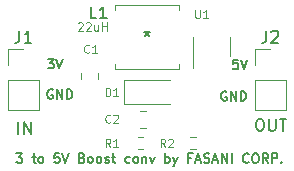
<source format=gto>
%TF.GenerationSoftware,KiCad,Pcbnew,6.0.5-a6ca702e91~116~ubuntu20.04.1*%
%TF.CreationDate,2022-06-08T10:32:40+02:00*%
%TF.ProjectId,mini-pcb-3-to-5V-booster,6d696e69-2d70-4636-922d-332d746f2d35,rev?*%
%TF.SameCoordinates,Original*%
%TF.FileFunction,Legend,Top*%
%TF.FilePolarity,Positive*%
%FSLAX46Y46*%
G04 Gerber Fmt 4.6, Leading zero omitted, Abs format (unit mm)*
G04 Created by KiCad (PCBNEW 6.0.5-a6ca702e91~116~ubuntu20.04.1) date 2022-06-08 10:32:40*
%MOMM*%
%LPD*%
G01*
G04 APERTURE LIST*
%ADD10C,0.150000*%
%ADD11C,0.130000*%
%ADD12C,0.140000*%
%ADD13C,0.120000*%
G04 APERTURE END LIST*
D10*
X93835595Y-77677380D02*
X93835595Y-76677380D01*
X94311785Y-77677380D02*
X94311785Y-76677380D01*
X94883214Y-77677380D01*
X94883214Y-76677380D01*
D11*
X112439309Y-71386904D02*
X112058357Y-71386904D01*
X112020261Y-71767857D01*
X112058357Y-71729761D01*
X112134547Y-71691666D01*
X112325023Y-71691666D01*
X112401214Y-71729761D01*
X112439309Y-71767857D01*
X112477404Y-71844047D01*
X112477404Y-72034523D01*
X112439309Y-72110714D01*
X112401214Y-72148809D01*
X112325023Y-72186904D01*
X112134547Y-72186904D01*
X112058357Y-72148809D01*
X112020261Y-72110714D01*
X112705976Y-71386904D02*
X112972642Y-72186904D01*
X113239309Y-71386904D01*
D10*
X114198928Y-76402380D02*
X114389404Y-76402380D01*
X114484642Y-76450000D01*
X114579880Y-76545238D01*
X114627500Y-76735714D01*
X114627500Y-77069047D01*
X114579880Y-77259523D01*
X114484642Y-77354761D01*
X114389404Y-77402380D01*
X114198928Y-77402380D01*
X114103690Y-77354761D01*
X114008452Y-77259523D01*
X113960833Y-77069047D01*
X113960833Y-76735714D01*
X114008452Y-76545238D01*
X114103690Y-76450000D01*
X114198928Y-76402380D01*
X115056071Y-76402380D02*
X115056071Y-77211904D01*
X115103690Y-77307142D01*
X115151309Y-77354761D01*
X115246547Y-77402380D01*
X115437023Y-77402380D01*
X115532261Y-77354761D01*
X115579880Y-77307142D01*
X115627500Y-77211904D01*
X115627500Y-76402380D01*
X115960833Y-76402380D02*
X116532261Y-76402380D01*
X116246547Y-77402380D02*
X116246547Y-76402380D01*
D11*
X111461928Y-74100000D02*
X111385738Y-74061904D01*
X111271452Y-74061904D01*
X111157166Y-74100000D01*
X111080976Y-74176190D01*
X111042880Y-74252380D01*
X111004785Y-74404761D01*
X111004785Y-74519047D01*
X111042880Y-74671428D01*
X111080976Y-74747619D01*
X111157166Y-74823809D01*
X111271452Y-74861904D01*
X111347642Y-74861904D01*
X111461928Y-74823809D01*
X111500023Y-74785714D01*
X111500023Y-74519047D01*
X111347642Y-74519047D01*
X111842880Y-74861904D02*
X111842880Y-74061904D01*
X112300023Y-74861904D01*
X112300023Y-74061904D01*
X112680976Y-74861904D02*
X112680976Y-74061904D01*
X112871452Y-74061904D01*
X112985738Y-74100000D01*
X113061928Y-74176190D01*
X113100023Y-74252380D01*
X113138119Y-74404761D01*
X113138119Y-74519047D01*
X113100023Y-74671428D01*
X113061928Y-74747619D01*
X112985738Y-74823809D01*
X112871452Y-74861904D01*
X112680976Y-74861904D01*
X96736928Y-73950000D02*
X96660738Y-73911904D01*
X96546452Y-73911904D01*
X96432166Y-73950000D01*
X96355976Y-74026190D01*
X96317880Y-74102380D01*
X96279785Y-74254761D01*
X96279785Y-74369047D01*
X96317880Y-74521428D01*
X96355976Y-74597619D01*
X96432166Y-74673809D01*
X96546452Y-74711904D01*
X96622642Y-74711904D01*
X96736928Y-74673809D01*
X96775023Y-74635714D01*
X96775023Y-74369047D01*
X96622642Y-74369047D01*
X97117880Y-74711904D02*
X97117880Y-73911904D01*
X97575023Y-74711904D01*
X97575023Y-73911904D01*
X97955976Y-74711904D02*
X97955976Y-73911904D01*
X98146452Y-73911904D01*
X98260738Y-73950000D01*
X98336928Y-74026190D01*
X98375023Y-74102380D01*
X98413119Y-74254761D01*
X98413119Y-74369047D01*
X98375023Y-74521428D01*
X98336928Y-74597619D01*
X98260738Y-74673809D01*
X98146452Y-74711904D01*
X97955976Y-74711904D01*
D12*
X93684285Y-79336904D02*
X94179523Y-79336904D01*
X93912856Y-79641666D01*
X94027142Y-79641666D01*
X94103332Y-79679761D01*
X94141428Y-79717857D01*
X94179523Y-79794047D01*
X94179523Y-79984523D01*
X94141428Y-80060714D01*
X94103332Y-80098809D01*
X94027142Y-80136904D01*
X93798570Y-80136904D01*
X93722380Y-80098809D01*
X93684285Y-80060714D01*
X95017618Y-79603571D02*
X95322380Y-79603571D01*
X95131904Y-79336904D02*
X95131904Y-80022619D01*
X95169999Y-80098809D01*
X95246189Y-80136904D01*
X95322380Y-80136904D01*
X95703332Y-80136904D02*
X95627142Y-80098809D01*
X95589047Y-80060714D01*
X95550951Y-79984523D01*
X95550951Y-79755952D01*
X95589047Y-79679761D01*
X95627142Y-79641666D01*
X95703332Y-79603571D01*
X95817618Y-79603571D01*
X95893808Y-79641666D01*
X95931904Y-79679761D01*
X95969999Y-79755952D01*
X95969999Y-79984523D01*
X95931904Y-80060714D01*
X95893808Y-80098809D01*
X95817618Y-80136904D01*
X95703332Y-80136904D01*
X97303332Y-79336904D02*
X96922380Y-79336904D01*
X96884285Y-79717857D01*
X96922380Y-79679761D01*
X96998570Y-79641666D01*
X97189047Y-79641666D01*
X97265237Y-79679761D01*
X97303332Y-79717857D01*
X97341428Y-79794047D01*
X97341428Y-79984523D01*
X97303332Y-80060714D01*
X97265237Y-80098809D01*
X97189047Y-80136904D01*
X96998570Y-80136904D01*
X96922380Y-80098809D01*
X96884285Y-80060714D01*
X97569999Y-79336904D02*
X97836666Y-80136904D01*
X98103332Y-79336904D01*
X99246189Y-79717857D02*
X99360475Y-79755952D01*
X99398570Y-79794047D01*
X99436666Y-79870238D01*
X99436666Y-79984523D01*
X99398570Y-80060714D01*
X99360475Y-80098809D01*
X99284285Y-80136904D01*
X98979523Y-80136904D01*
X98979523Y-79336904D01*
X99246189Y-79336904D01*
X99322380Y-79375000D01*
X99360475Y-79413095D01*
X99398570Y-79489285D01*
X99398570Y-79565476D01*
X99360475Y-79641666D01*
X99322380Y-79679761D01*
X99246189Y-79717857D01*
X98979523Y-79717857D01*
X99893808Y-80136904D02*
X99817618Y-80098809D01*
X99779523Y-80060714D01*
X99741428Y-79984523D01*
X99741428Y-79755952D01*
X99779523Y-79679761D01*
X99817618Y-79641666D01*
X99893808Y-79603571D01*
X100008094Y-79603571D01*
X100084285Y-79641666D01*
X100122380Y-79679761D01*
X100160475Y-79755952D01*
X100160475Y-79984523D01*
X100122380Y-80060714D01*
X100084285Y-80098809D01*
X100008094Y-80136904D01*
X99893808Y-80136904D01*
X100617618Y-80136904D02*
X100541428Y-80098809D01*
X100503332Y-80060714D01*
X100465237Y-79984523D01*
X100465237Y-79755952D01*
X100503332Y-79679761D01*
X100541428Y-79641666D01*
X100617618Y-79603571D01*
X100731904Y-79603571D01*
X100808094Y-79641666D01*
X100846189Y-79679761D01*
X100884285Y-79755952D01*
X100884285Y-79984523D01*
X100846189Y-80060714D01*
X100808094Y-80098809D01*
X100731904Y-80136904D01*
X100617618Y-80136904D01*
X101189047Y-80098809D02*
X101265237Y-80136904D01*
X101417618Y-80136904D01*
X101493808Y-80098809D01*
X101531904Y-80022619D01*
X101531904Y-79984523D01*
X101493808Y-79908333D01*
X101417618Y-79870238D01*
X101303332Y-79870238D01*
X101227142Y-79832142D01*
X101189047Y-79755952D01*
X101189047Y-79717857D01*
X101227142Y-79641666D01*
X101303332Y-79603571D01*
X101417618Y-79603571D01*
X101493808Y-79641666D01*
X101760475Y-79603571D02*
X102065237Y-79603571D01*
X101874761Y-79336904D02*
X101874761Y-80022619D01*
X101912856Y-80098809D01*
X101989047Y-80136904D01*
X102065237Y-80136904D01*
X103284285Y-80098809D02*
X103208094Y-80136904D01*
X103055713Y-80136904D01*
X102979523Y-80098809D01*
X102941428Y-80060714D01*
X102903332Y-79984523D01*
X102903332Y-79755952D01*
X102941428Y-79679761D01*
X102979523Y-79641666D01*
X103055713Y-79603571D01*
X103208094Y-79603571D01*
X103284285Y-79641666D01*
X103741428Y-80136904D02*
X103665237Y-80098809D01*
X103627142Y-80060714D01*
X103589047Y-79984523D01*
X103589047Y-79755952D01*
X103627142Y-79679761D01*
X103665237Y-79641666D01*
X103741428Y-79603571D01*
X103855713Y-79603571D01*
X103931904Y-79641666D01*
X103969999Y-79679761D01*
X104008094Y-79755952D01*
X104008094Y-79984523D01*
X103969999Y-80060714D01*
X103931904Y-80098809D01*
X103855713Y-80136904D01*
X103741428Y-80136904D01*
X104350951Y-79603571D02*
X104350951Y-80136904D01*
X104350951Y-79679761D02*
X104389047Y-79641666D01*
X104465237Y-79603571D01*
X104579523Y-79603571D01*
X104655713Y-79641666D01*
X104693808Y-79717857D01*
X104693808Y-80136904D01*
X104998570Y-79603571D02*
X105189047Y-80136904D01*
X105379523Y-79603571D01*
X106293808Y-80136904D02*
X106293808Y-79336904D01*
X106293808Y-79641666D02*
X106369999Y-79603571D01*
X106522380Y-79603571D01*
X106598570Y-79641666D01*
X106636666Y-79679761D01*
X106674761Y-79755952D01*
X106674761Y-79984523D01*
X106636666Y-80060714D01*
X106598570Y-80098809D01*
X106522380Y-80136904D01*
X106369999Y-80136904D01*
X106293808Y-80098809D01*
X106941428Y-79603571D02*
X107131904Y-80136904D01*
X107322380Y-79603571D02*
X107131904Y-80136904D01*
X107055713Y-80327380D01*
X107017618Y-80365476D01*
X106941428Y-80403571D01*
X108503332Y-79717857D02*
X108236666Y-79717857D01*
X108236666Y-80136904D02*
X108236666Y-79336904D01*
X108617618Y-79336904D01*
X108884285Y-79908333D02*
X109265237Y-79908333D01*
X108808094Y-80136904D02*
X109074761Y-79336904D01*
X109341428Y-80136904D01*
X109569999Y-80098809D02*
X109684285Y-80136904D01*
X109874761Y-80136904D01*
X109950951Y-80098809D01*
X109989047Y-80060714D01*
X110027142Y-79984523D01*
X110027142Y-79908333D01*
X109989047Y-79832142D01*
X109950951Y-79794047D01*
X109874761Y-79755952D01*
X109722380Y-79717857D01*
X109646189Y-79679761D01*
X109608094Y-79641666D01*
X109569999Y-79565476D01*
X109569999Y-79489285D01*
X109608094Y-79413095D01*
X109646189Y-79375000D01*
X109722380Y-79336904D01*
X109912856Y-79336904D01*
X110027142Y-79375000D01*
X110331904Y-79908333D02*
X110712856Y-79908333D01*
X110255713Y-80136904D02*
X110522380Y-79336904D01*
X110789047Y-80136904D01*
X111055713Y-80136904D02*
X111055713Y-79336904D01*
X111512856Y-80136904D01*
X111512856Y-79336904D01*
X111893808Y-80136904D02*
X111893808Y-79336904D01*
X113341428Y-80060714D02*
X113303332Y-80098809D01*
X113189047Y-80136904D01*
X113112856Y-80136904D01*
X112998570Y-80098809D01*
X112922380Y-80022619D01*
X112884285Y-79946428D01*
X112846189Y-79794047D01*
X112846189Y-79679761D01*
X112884285Y-79527380D01*
X112922380Y-79451190D01*
X112998570Y-79375000D01*
X113112856Y-79336904D01*
X113189047Y-79336904D01*
X113303332Y-79375000D01*
X113341428Y-79413095D01*
X113836666Y-79336904D02*
X113989047Y-79336904D01*
X114065237Y-79375000D01*
X114141428Y-79451190D01*
X114179523Y-79603571D01*
X114179523Y-79870238D01*
X114141428Y-80022619D01*
X114065237Y-80098809D01*
X113989047Y-80136904D01*
X113836666Y-80136904D01*
X113760475Y-80098809D01*
X113684285Y-80022619D01*
X113646189Y-79870238D01*
X113646189Y-79603571D01*
X113684285Y-79451190D01*
X113760475Y-79375000D01*
X113836666Y-79336904D01*
X114979523Y-80136904D02*
X114712856Y-79755952D01*
X114522380Y-80136904D02*
X114522380Y-79336904D01*
X114827142Y-79336904D01*
X114903332Y-79375000D01*
X114941428Y-79413095D01*
X114979523Y-79489285D01*
X114979523Y-79603571D01*
X114941428Y-79679761D01*
X114903332Y-79717857D01*
X114827142Y-79755952D01*
X114522380Y-79755952D01*
X115322380Y-80136904D02*
X115322380Y-79336904D01*
X115627142Y-79336904D01*
X115703332Y-79375000D01*
X115741428Y-79413095D01*
X115779523Y-79489285D01*
X115779523Y-79603571D01*
X115741428Y-79679761D01*
X115703332Y-79717857D01*
X115627142Y-79755952D01*
X115322380Y-79755952D01*
X116122380Y-80060714D02*
X116160475Y-80098809D01*
X116122380Y-80136904D01*
X116084285Y-80098809D01*
X116122380Y-80060714D01*
X116122380Y-80136904D01*
D11*
X96332166Y-71336904D02*
X96827404Y-71336904D01*
X96560738Y-71641666D01*
X96675023Y-71641666D01*
X96751214Y-71679761D01*
X96789309Y-71717857D01*
X96827404Y-71794047D01*
X96827404Y-71984523D01*
X96789309Y-72060714D01*
X96751214Y-72098809D01*
X96675023Y-72136904D01*
X96446452Y-72136904D01*
X96370261Y-72098809D01*
X96332166Y-72060714D01*
X97055976Y-71336904D02*
X97322642Y-72136904D01*
X97589309Y-71336904D01*
D10*
%TO.C,L1*%
X100458333Y-67902380D02*
X99982142Y-67902380D01*
X99982142Y-66902380D01*
X101315476Y-67902380D02*
X100744047Y-67902380D01*
X101029761Y-67902380D02*
X101029761Y-66902380D01*
X100934523Y-67045238D01*
X100839285Y-67140476D01*
X100744047Y-67188095D01*
D13*
X98908333Y-68308333D02*
X98941666Y-68275000D01*
X99008333Y-68241666D01*
X99175000Y-68241666D01*
X99241666Y-68275000D01*
X99275000Y-68308333D01*
X99308333Y-68375000D01*
X99308333Y-68441666D01*
X99275000Y-68541666D01*
X98875000Y-68941666D01*
X99308333Y-68941666D01*
X99575000Y-68308333D02*
X99608333Y-68275000D01*
X99675000Y-68241666D01*
X99841666Y-68241666D01*
X99908333Y-68275000D01*
X99941666Y-68308333D01*
X99975000Y-68375000D01*
X99975000Y-68441666D01*
X99941666Y-68541666D01*
X99541666Y-68941666D01*
X99975000Y-68941666D01*
X100575000Y-68475000D02*
X100575000Y-68941666D01*
X100275000Y-68475000D02*
X100275000Y-68841666D01*
X100308333Y-68908333D01*
X100375000Y-68941666D01*
X100475000Y-68941666D01*
X100541666Y-68908333D01*
X100575000Y-68875000D01*
X100908333Y-68941666D02*
X100908333Y-68241666D01*
X100908333Y-68575000D02*
X101308333Y-68575000D01*
X101308333Y-68941666D02*
X101308333Y-68241666D01*
D10*
X104750000Y-68927380D02*
X104750000Y-69165476D01*
X104511904Y-69070238D02*
X104750000Y-69165476D01*
X104988095Y-69070238D01*
X104607142Y-69355952D02*
X104750000Y-69165476D01*
X104892857Y-69355952D01*
D13*
%TO.C,C2*%
X101633333Y-76675000D02*
X101600000Y-76708333D01*
X101500000Y-76741666D01*
X101433333Y-76741666D01*
X101333333Y-76708333D01*
X101266666Y-76641666D01*
X101233333Y-76575000D01*
X101200000Y-76441666D01*
X101200000Y-76341666D01*
X101233333Y-76208333D01*
X101266666Y-76141666D01*
X101333333Y-76075000D01*
X101433333Y-76041666D01*
X101500000Y-76041666D01*
X101600000Y-76075000D01*
X101633333Y-76108333D01*
X101900000Y-76108333D02*
X101933333Y-76075000D01*
X102000000Y-76041666D01*
X102166666Y-76041666D01*
X102233333Y-76075000D01*
X102266666Y-76108333D01*
X102300000Y-76175000D01*
X102300000Y-76241666D01*
X102266666Y-76341666D01*
X101866666Y-76741666D01*
X102300000Y-76741666D01*
%TO.C,R1*%
X101633333Y-78791666D02*
X101400000Y-78458333D01*
X101233333Y-78791666D02*
X101233333Y-78091666D01*
X101500000Y-78091666D01*
X101566666Y-78125000D01*
X101600000Y-78158333D01*
X101633333Y-78225000D01*
X101633333Y-78325000D01*
X101600000Y-78391666D01*
X101566666Y-78425000D01*
X101500000Y-78458333D01*
X101233333Y-78458333D01*
X102300000Y-78791666D02*
X101900000Y-78791666D01*
X102100000Y-78791666D02*
X102100000Y-78091666D01*
X102033333Y-78191666D01*
X101966666Y-78258333D01*
X101900000Y-78291666D01*
%TO.C,C1*%
X99833333Y-70750000D02*
X99800000Y-70783333D01*
X99700000Y-70816666D01*
X99633333Y-70816666D01*
X99533333Y-70783333D01*
X99466666Y-70716666D01*
X99433333Y-70650000D01*
X99400000Y-70516666D01*
X99400000Y-70416666D01*
X99433333Y-70283333D01*
X99466666Y-70216666D01*
X99533333Y-70150000D01*
X99633333Y-70116666D01*
X99700000Y-70116666D01*
X99800000Y-70150000D01*
X99833333Y-70183333D01*
X100500000Y-70816666D02*
X100100000Y-70816666D01*
X100300000Y-70816666D02*
X100300000Y-70116666D01*
X100233333Y-70216666D01*
X100166666Y-70283333D01*
X100100000Y-70316666D01*
%TO.C,R2*%
X106283333Y-78791666D02*
X106050000Y-78458333D01*
X105883333Y-78791666D02*
X105883333Y-78091666D01*
X106150000Y-78091666D01*
X106216666Y-78125000D01*
X106250000Y-78158333D01*
X106283333Y-78225000D01*
X106283333Y-78325000D01*
X106250000Y-78391666D01*
X106216666Y-78425000D01*
X106150000Y-78458333D01*
X105883333Y-78458333D01*
X106550000Y-78158333D02*
X106583333Y-78125000D01*
X106650000Y-78091666D01*
X106816666Y-78091666D01*
X106883333Y-78125000D01*
X106916666Y-78158333D01*
X106950000Y-78225000D01*
X106950000Y-78291666D01*
X106916666Y-78391666D01*
X106516666Y-78791666D01*
X106950000Y-78791666D01*
D10*
%TO.C,J1*%
X93941666Y-68947380D02*
X93941666Y-69661666D01*
X93894047Y-69804523D01*
X93798809Y-69899761D01*
X93655952Y-69947380D01*
X93560714Y-69947380D01*
X94941666Y-69947380D02*
X94370238Y-69947380D01*
X94655952Y-69947380D02*
X94655952Y-68947380D01*
X94560714Y-69090238D01*
X94465476Y-69185476D01*
X94370238Y-69233095D01*
D13*
%TO.C,D1*%
X101233333Y-74466666D02*
X101233333Y-73766666D01*
X101400000Y-73766666D01*
X101500000Y-73800000D01*
X101566666Y-73866666D01*
X101600000Y-73933333D01*
X101633333Y-74066666D01*
X101633333Y-74166666D01*
X101600000Y-74300000D01*
X101566666Y-74366666D01*
X101500000Y-74433333D01*
X101400000Y-74466666D01*
X101233333Y-74466666D01*
X102300000Y-74466666D02*
X101900000Y-74466666D01*
X102100000Y-74466666D02*
X102100000Y-73766666D01*
X102033333Y-73866666D01*
X101966666Y-73933333D01*
X101900000Y-73966666D01*
D10*
%TO.C,J2*%
X114841666Y-68947380D02*
X114841666Y-69661666D01*
X114794047Y-69804523D01*
X114698809Y-69899761D01*
X114555952Y-69947380D01*
X114460714Y-69947380D01*
X115270238Y-69042619D02*
X115317857Y-68995000D01*
X115413095Y-68947380D01*
X115651190Y-68947380D01*
X115746428Y-68995000D01*
X115794047Y-69042619D01*
X115841666Y-69137857D01*
X115841666Y-69233095D01*
X115794047Y-69375952D01*
X115222619Y-69947380D01*
X115841666Y-69947380D01*
D13*
%TO.C,U1*%
X108816666Y-67174166D02*
X108816666Y-67740833D01*
X108850000Y-67807500D01*
X108883333Y-67840833D01*
X108950000Y-67874166D01*
X109083333Y-67874166D01*
X109150000Y-67840833D01*
X109183333Y-67807500D01*
X109216666Y-67740833D01*
X109216666Y-67174166D01*
X109916666Y-67874166D02*
X109516666Y-67874166D01*
X109716666Y-67874166D02*
X109716666Y-67174166D01*
X109650000Y-67274166D01*
X109583333Y-67340833D01*
X109516666Y-67374166D01*
%TO.C,L1*%
X107480500Y-66744500D02*
X102019500Y-66744500D01*
X107480500Y-72205500D02*
X107480500Y-71789150D01*
X102019500Y-72205500D02*
X107480500Y-72205500D01*
X102019500Y-71789150D02*
X102019500Y-72205500D01*
X107480500Y-67160850D02*
X107480500Y-66744500D01*
X102019500Y-66744500D02*
X102019500Y-67160850D01*
%TO.C,C2*%
X104138748Y-77185000D02*
X104661252Y-77185000D01*
X104138748Y-75715000D02*
X104661252Y-75715000D01*
%TO.C,R1*%
X103942742Y-78972500D02*
X104417258Y-78972500D01*
X103942742Y-77927500D02*
X104417258Y-77927500D01*
%TO.C,C1*%
X100610000Y-72488748D02*
X100610000Y-73011252D01*
X99140000Y-72488748D02*
X99140000Y-73011252D01*
%TO.C,R2*%
X108412742Y-77927500D02*
X108887258Y-77927500D01*
X108412742Y-78972500D02*
X108887258Y-78972500D01*
%TO.C,J1*%
X92945000Y-73095000D02*
X92945000Y-75695000D01*
X92945000Y-75695000D02*
X95605000Y-75695000D01*
X92945000Y-71825000D02*
X92945000Y-70495000D01*
X92945000Y-73095000D02*
X95605000Y-73095000D01*
X92945000Y-70495000D02*
X94275000Y-70495000D01*
X95605000Y-73095000D02*
X95605000Y-75695000D01*
%TO.C,D1*%
X102800000Y-73150000D02*
X102800000Y-75150000D01*
X102800000Y-73150000D02*
X106700000Y-73150000D01*
X102800000Y-75150000D02*
X106700000Y-75150000D01*
%TO.C,J2*%
X113845000Y-70495000D02*
X115175000Y-70495000D01*
X113845000Y-71825000D02*
X113845000Y-70495000D01*
X116505000Y-73095000D02*
X116505000Y-75695000D01*
X113845000Y-73095000D02*
X113845000Y-75695000D01*
X113845000Y-75695000D02*
X116505000Y-75695000D01*
X113845000Y-73095000D02*
X116505000Y-73095000D01*
%TO.C,U1*%
X111760000Y-70282500D02*
X111760000Y-71082500D01*
X108640000Y-70282500D02*
X108640000Y-69482500D01*
X111760000Y-70282500D02*
X111760000Y-69482500D01*
X108640000Y-70282500D02*
X108640000Y-72082500D01*
%TD*%
M02*

</source>
